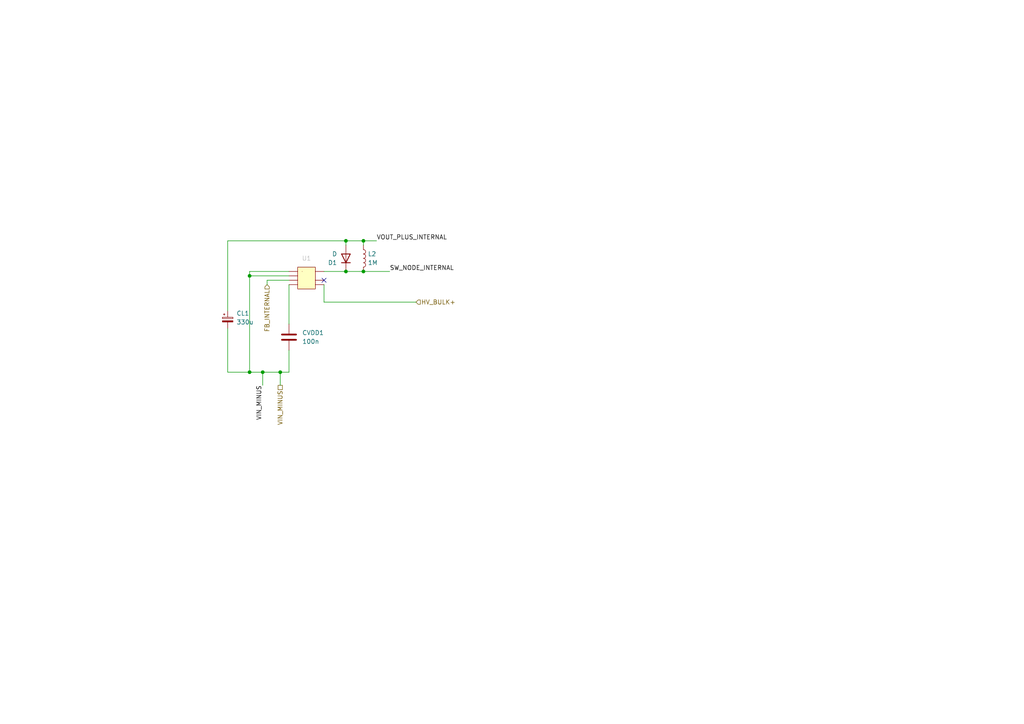
<source format=kicad_sch>
(kicad_sch (version 20230121) (generator eeschema)
  (paper "A4")
  (lib_symbols
    (symbol "Device:C" (pin_numbers hide) (pin_names (offset 0.254))
      (property "Reference" "C" (at 0.635 2.54 0))
      (property "Value" "C" (at 0.635 -2.54 0))
      (symbol "C_0_1"
        (polyline (pts (xy -2.032 -0.762) (xy 2.032 -0.762)) (stroke (width 0.508)))
        (polyline (pts (xy -2.032 0.762) (xy 2.032 0.762)) (stroke (width 0.508)))
      )
      (symbol "C_1_1"
        (pin passive line (at 0 3.81 270) (length 2.794) (name "~") (number "1"))
        (pin passive line (at 0 -3.81 90) (length 2.794) (name "~") (number "2"))
      )
    )
    (symbol "Device:C_Polarized_Small" (pin_numbers hide) (pin_names (offset 0.254) hide)
      (property "Reference" "C" (at 0.254 1.778 0))
      (property "Value" "C_Polarized_Small" (at 0.254 -2.032 0))
      (symbol "C_Polarized_Small_0_1"
        (rectangle (start -1.524 -0.3048) (end 1.524 -0.6858) (fill (type outline)))
        (rectangle (start -1.524 0.6858) (end 1.524 0.3048))
        (polyline (pts (xy -1.27 1.524) (xy -0.762 1.524)))
        (polyline (pts (xy -1.016 1.27) (xy -1.016 1.778)))
      )
      (symbol "C_Polarized_Small_1_1"
        (pin passive line (at 0 2.54 270) (length 1.8542) (name "~") (number "1"))
        (pin passive line (at 0 -2.54 90) (length 1.8542) (name "~") (number "2"))
      )
    )
    (symbol "Device:D" (pin_numbers hide) (pin_names (offset 1.016) hide)
      (property "Reference" "D" (at 0 2.54 0))
      (property "Value" "D" (at 0 -2.54 0))
      (symbol "D_0_1"
        (polyline (pts (xy -1.27 1.27) (xy -1.27 -1.27)) (stroke (width 0.254)))
        (polyline (pts (xy 1.27 0) (xy -1.27 0)))
        (polyline (pts (xy 1.27 1.27) (xy 1.27 -1.27) (xy -1.27 0) (xy 1.27 1.27)) (stroke (width 0.254)))
      )
      (symbol "D_1_1"
        (pin passive line (at -3.81 0 0) (length 2.54) (name "K") (number "1"))
        (pin passive line (at 3.81 0 180) (length 2.54) (name "A") (number "2"))
      )
    )
    (symbol "Device:L" (pin_numbers hide) (pin_names (offset 1.016) hide)
      (property "Reference" "L" (at -1.27 0 90))
      (property "Value" "L" (at 1.905 0 90))
      (symbol "L_0_1"
        (arc (start 0 -2.54) (mid 0.6323 -1.905) (end 0 -1.27))
        (arc (start 0 -1.27) (mid 0.6323 -0.635) (end 0 0))
        (arc (start 0 0) (mid 0.6323 0.635) (end 0 1.27))
        (arc (start 0 1.27) (mid 0.6323 1.905) (end 0 2.54))
      )
      (symbol "L_1_1"
        (pin passive line (at 0 3.81 270) (length 1.27) (name "1") (number "1"))
        (pin passive line (at 0 -3.81 90) (length 1.27) (name "2") (number "2"))
      )
    )
    (symbol "New_Library for  UCC28881:UCC28881" (pin_numbers hide) (pin_names (offset 0) hide)
      (property "Reference" "U" (at 0 6.35 0))
      (symbol "UCC28881_0_1"
        (rectangle (start -1.27 5.08) (end -1.27 5.08))
      )
      (symbol "UCC28881_1_1"
        (rectangle (start -2.54 6.35) (end 2.54 0) (fill (type background)))
        (pin passive line (at -5.08 5.08 0) (length 2.54) (name "GND") (number "1"))
        (pin passive line (at -5.08 3.81 0) (length 2.54) (name "GND") (number "2"))
        (pin input line (at -5.08 2.54 0) (length 2.54) (name "FB") (number "3"))
        (pin power_out line (at -5.08 1.27 0) (length 2.54) (name "VDD") (number "4"))
        (pin input line (at 5.08 1.27 180) (length 2.54) (name "HVIN") (number "5"))
        (pin unspecified line (at 5.08 2.54 180) (length 2.56) (name "NC") (number "6"))
        (pin output line (at 5.08 5.08 180) (length 2.56) (name "DRAIN") (number "8"))
      )
    )
  )
  (junction (at 105.41 69.85))
  (junction (at 105.41 78.74))
  (junction (at 81.28 107.95))
  (junction (at 72.39 107.95))
  (junction (at 100.33 78.74))
  (junction (at 100.33 69.85))
  (junction (at 76.2 107.95))
  (junction (at 72.39 80.01))
  (no_connect (at 93.98 81.28))
  (wire (pts (xy 66.04 69.85) (xy 66.04 90.17)))
  (wire (pts (xy 66.04 69.85) (xy 100.33 69.85)))
  (wire (pts (xy 72.39 107.95) (xy 76.2 107.95)))
  (wire (pts (xy 77.47 81.28) (xy 83.82 81.28)))
  (wire (pts (xy 105.41 69.85) (xy 109.22 69.85)))
  (wire (pts (xy 93.98 87.63) (xy 120.65 87.63)))
  (wire (pts (xy 66.04 107.95) (xy 66.04 95.25)))
  (wire (pts (xy 72.39 78.74) (xy 72.39 80.01)))
  (wire (pts (xy 76.2 107.95) (xy 81.28 107.95)))
  (wire (pts (xy 72.39 80.01) (xy 83.82 80.01)))
  (wire (pts (xy 83.82 82.55) (xy 83.82 93.98)))
  (wire (pts (xy 66.04 107.95) (xy 72.39 107.95)))
  (wire (pts (xy 93.98 78.74) (xy 100.33 78.74)))
  (wire (pts (xy 105.41 69.85) (xy 105.41 71.12)))
  (wire (pts (xy 81.28 107.95) (xy 83.82 107.95)))
  (wire (pts (xy 72.39 107.95) (xy 72.39 80.01)))
  (wire (pts (xy 100.33 71.12) (xy 100.33 69.85)))
  (wire (pts (xy 77.47 82.55) (xy 77.47 81.28)))
  (wire (pts (xy 105.41 78.74) (xy 113.03 78.74)))
  (wire (pts (xy 100.33 69.85) (xy 105.41 69.85)))
  (wire (pts (xy 83.82 78.74) (xy 72.39 78.74)))
  (wire (pts (xy 83.82 101.6) (xy 83.82 107.95)))
  (wire (pts (xy 76.2 107.95) (xy 76.2 111.76)))
  (wire (pts (xy 100.33 78.74) (xy 105.41 78.74)))
  (wire (pts (xy 93.98 82.55) (xy 93.98 87.63)))
  (wire (pts (xy 81.28 107.95) (xy 81.28 111.76)))
  (label "SW_NODE_INTERNAL" (at 113.03 78.74 0))
  (label "VIN_MINUS" (at 76.2 111.76 270))
  (label "VOUT_PLUS_INTERNAL" (at 109.22 69.85 0))
  (hierarchical_label "VIN_MINUS" (shape passive) (at 81.28 111.76 270))
  (hierarchical_label "HV_BULK+" (shape input) (at 120.65 87.63 0))
  (hierarchical_label "FB_INTERNAL" (shape input) (at 77.47 82.55 270))
  (symbol (lib_id "New_Library for  UCC28881:UCC28881") (at 88.9 83.82 0) (unit 1)
    (property "Reference" "U1" (at 88.9 74.93 0))
    (property "Value" "UCC28881" (effects hide))
    (property "Footprint" "UCC2881:TI_SOIC-8_D_UCC28881_1.27mm" (effects hide))
    (property "Datasheet" "https://www.ti.com/lit/ds/symlink/ucc28881.pdf?ts=1759591415716&ref_url=https%253A%252F%252Fapp.ultralibrarian.com%252F" (effects hide))
  )
  (symbol (lib_id "Device:C_Polarized_Small") (at 66.04 92.71 0) (unit 1)
    (property "Reference" "CL1" (at 68.58 90.8939 0) (effects (justify left)))
    (property "Value" "330u" (at 68.58 93.4339 0) (effects (justify left)))
    (property "Footprint" "Capacitor_THT:C_Radial_D10.0mm_H12.5mm_P5.00mm" (effects hide))
    (property "Datasheet" "https://www.digikey.com/en/products/detail/illinois-capacitor/337CKE035M/5412313?curr=usd" (effects hide))
    (property "Voltage " "35V" (effects hide))
    (property "Sim.Device" "C" (effects hide))
    (property "Sim.Pins" "1=+ 2=-" (effects hide))
  )
  (symbol (lib_id "Device:D") (at 100.33 74.93 90) (unit 1)
    (property "Reference" "D1" (at 97.79 76.2 90) (effects (justify left)))
    (property "Value" "D" (at 97.79 73.66 90) (effects (justify left)))
    (property "Sim.Device" "D" (effects hide))
    (property "Sim.Pins" "1=K 2=A" (effects hide))
  )
  (symbol (lib_id "Device:L") (at 105.41 74.93 0) (unit 1)
    (property "Reference" "L2" (at 106.68 73.66 0) (effects (justify left)))
    (property "Value" "1M" (at 106.68 76.2 0) (effects (justify left)))
    (property "Footprint" "Inductor_SMD:L_12x12mm_H8mm" (effects hide))
    (property "Datasheet" "https://www.digikey.com/en/products/detail/eaton-electronics-division/DR127-102-R/953617?curr=usd" (effects hide))
    (property "Sim.Device" "L" (effects hide))
    (property "Sim.Pins" "1=+ 2=-" (effects hide))
  )
  (symbol (lib_id "Device:C") (at 83.82 97.79 0) (unit 1)
    (property "Reference" "CVDD1" (at 87.63 96.52 0) (effects (justify left)))
    (property "Value" "100n" (at 87.63 99.06 0) (effects (justify left)))
    (property "Footprint" "Capacitor_THT:C_Rect_L18.0mm_W7.0mm_P15.00mm_FKS3_FKP3" (effects hide))
    (property "Datasheet" "https://www.digikey.com/en/products/detail/taiyo-yuden/LMK105BJ104MV-F/2607802?curr=usd" (effects hide))
    (property "Sim.Device" "C" (effects hide))
    (property "Sim.Pins" "1=+ 2=-" (effects hide))
    (property "MANUFACTURER PART NUMBER" "587-2835-6-ND" (effects hide))
    (property "VOLTAGE" "10v" (effects hide))
  )
)
</source>
